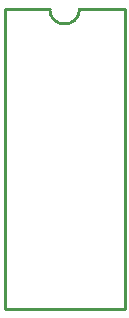
<source format=gbr>
G04 start of page 7 for group -4079 idx -4079 *
G04 Title: XBEE_dip, topsilk *
G04 Creator: pcb 20110918 *
G04 CreationDate: Mon 04 Jun 2012 06:09:33 PM GMT UTC *
G04 For: ed *
G04 Format: Gerber/RS-274X *
G04 PCB-Dimensions: 100000 125000 *
G04 PCB-Coordinate-Origin: lower left *
%MOIN*%
%FSLAX25Y25*%
%LNTOPSILK*%
%ADD50C,0.0100*%
G54D50*X30000Y114490D02*Y14490D01*
X70000D01*
Y114490D01*
X30000D02*X45000D01*
X55000D02*X70000D01*
X45000D02*G75*G03X55000Y114490I5000J0D01*G01*
M02*

</source>
